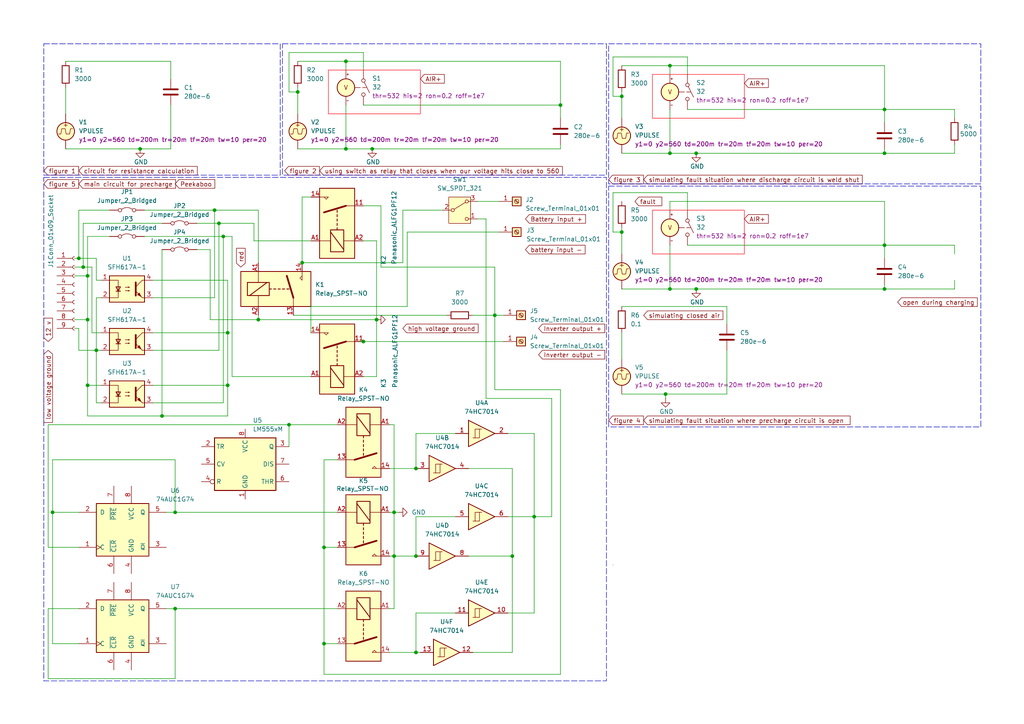
<source format=kicad_sch>
(kicad_sch (version 20231120) (generator "eeschema") (generator_version "8.0")
  (paper "A4")
  (lib_symbols
    (symbol "74xGxx:74AUC1G74" (pin_names (offset 1.016))
      (property "Reference" "U" (at -5.08 10.16 0))
      (property "Value" "74AUC1G74" (at 10.16 -10.16 0))
      (symbol "74AUC1G74_0_1"
        (rectangle (start -7.62 7.62) (end 7.62 -7.62) (stroke (width 0.254)) (fill (type background)))
      )
      (symbol "74AUC1G74_1_1"
        (pin input clock (at -12.7 -5.08 0) (length 5.08) (name "C") (number "1"))
        (pin input line (at -12.7 5.08 0) (length 5.08) (name "D") (number "2"))
        (pin output line (at 12.7 -5.08 180) (length 5.08) (name "~{Q}") (number "3"))
        (pin power_in line (at 2.54 -12.7 90) (length 5.08) (name "GND") (number "4"))
        (pin output line (at 12.7 5.08 180) (length 5.08) (name "Q") (number "5"))
        (pin input line (at -2.54 -12.7 90) (length 5.08) (name "~{CLR}") (number "6"))
        (pin input line (at -2.54 12.7 270) (length 5.08) (name "~{PRE}") (number "7"))
        (pin power_in line (at 2.54 12.7 270) (length 5.08) (name "VCC") (number "8"))
      )
    )
    (symbol "74xx:74HC7014"
      (property "Reference" "U" (at 0 1.27 0))
      (property "Value" "74HC7014" (at 0 -1.27 0))
      (symbol "74HC7014_1_1"
        (polyline (pts (xy -1.905 -1.27) (xy -1.905 1.27) (xy -0.635 1.27)))
        (polyline (pts (xy -3.81 3.81) (xy -3.81 -3.81) (xy 3.81 0) (xy -3.81 3.81)) (stroke (width 0.254)) (fill (type background)))
        (polyline (pts (xy -2.54 -1.27) (xy -0.635 -1.27) (xy -0.635 1.27) (xy 0 1.27)))
        (pin input line (at -7.62 0 0) (length 3.81) (name "~") (number "1"))
        (pin output line (at 7.62 0 180) (length 3.81) (name "~") (number "2"))
      )
      (symbol "74HC7014_2_1"
        (polyline (pts (xy -1.905 -1.27) (xy -1.905 1.27) (xy -0.635 1.27)))
        (polyline (pts (xy -3.81 3.81) (xy -3.81 -3.81) (xy 3.81 0) (xy -3.81 3.81)) (stroke (width 0.254)) (fill (type background)))
        (polyline (pts (xy -2.54 -1.27) (xy -0.635 -1.27) (xy -0.635 1.27) (xy 0 1.27)))
        (pin input line (at -7.62 0 0) (length 3.81) (name "~") (number "3"))
        (pin output line (at 7.62 0 180) (length 3.81) (name "~") (number "4"))
      )
      (symbol "74HC7014_3_1"
        (polyline (pts (xy -1.905 -1.27) (xy -1.905 1.27) (xy -0.635 1.27)))
        (polyline (pts (xy -3.81 3.81) (xy -3.81 -3.81) (xy 3.81 0) (xy -3.81 3.81)) (stroke (width 0.254)) (fill (type background)))
        (polyline (pts (xy -2.54 -1.27) (xy -0.635 -1.27) (xy -0.635 1.27) (xy 0 1.27)))
        (pin input line (at -7.62 0 0) (length 3.81) (name "~") (number "5"))
        (pin output line (at 7.62 0 180) (length 3.81) (name "~") (number "6"))
      )
      (symbol "74HC7014_4_1"
        (polyline (pts (xy -1.905 -1.27) (xy -1.905 1.27) (xy -0.635 1.27)))
        (polyline (pts (xy -3.81 3.81) (xy -3.81 -3.81) (xy 3.81 0) (xy -3.81 3.81)) (stroke (width 0.254)) (fill (type background)))
        (polyline (pts (xy -2.54 -1.27) (xy -0.635 -1.27) (xy -0.635 1.27) (xy 0 1.27)))
        (pin output line (at 7.62 0 180) (length 3.81) (name "~") (number "8"))
        (pin input line (at -7.62 0 0) (length 3.81) (name "~") (number "9"))
      )
      (symbol "74HC7014_5_1"
        (polyline (pts (xy -1.905 -1.27) (xy -1.905 1.27) (xy -0.635 1.27)))
        (polyline (pts (xy -3.81 3.81) (xy -3.81 -3.81) (xy 3.81 0) (xy -3.81 3.81)) (stroke (width 0.254)) (fill (type background)))
        (polyline (pts (xy -2.54 -1.27) (xy -0.635 -1.27) (xy -0.635 1.27) (xy 0 1.27)))
        (pin output line (at 7.62 0 180) (length 3.81) (name "~") (number "10"))
        (pin input line (at -7.62 0 0) (length 3.81) (name "~") (number "11"))
      )
      (symbol "74HC7014_6_1"
        (polyline (pts (xy -1.905 -1.27) (xy -1.905 1.27) (xy -0.635 1.27)))
        (polyline (pts (xy -3.81 3.81) (xy -3.81 -3.81) (xy 3.81 0) (xy -3.81 3.81)) (stroke (width 0.254)) (fill (type background)))
        (polyline (pts (xy -2.54 -1.27) (xy -0.635 -1.27) (xy -0.635 1.27) (xy 0 1.27)))
        (pin output line (at 7.62 0 180) (length 3.81) (name "~") (number "12"))
        (pin input line (at -7.62 0 0) (length 3.81) (name "~") (number "13"))
      )
      (symbol "74HC7014_7_1"
        (rectangle (start -5.08 7.62) (end 5.08 -7.62) (stroke (width 0.254)) (fill (type background)))
        (pin power_in line (at 0 12.7 270) (length 5.08) (name "VCC") (number "14"))
        (pin power_in line (at 0 -12.7 90) (length 5.08) (name "GND") (number "7"))
      )
    )
    (symbol "Connector:Conn_01x09_Socket" (pin_names (offset 1.016) hide)
      (property "Reference" "J" (at 0 12.7 0))
      (property "Value" "Conn_01x09_Socket" (at 0 -12.7 0))
      (symbol "Conn_01x09_Socket_1_1"
        (arc (start 0 -9.652) (mid -0.5058 -10.16) (end 0 -10.668) (stroke (width 0.1524)))
        (arc (start 0 -7.112) (mid -0.5058 -7.62) (end 0 -8.128) (stroke (width 0.1524)))
        (arc (start 0 -4.572) (mid -0.5058 -5.08) (end 0 -5.588) (stroke (width 0.1524)))
        (arc (start 0 -2.032) (mid -0.5058 -2.54) (end 0 -3.048) (stroke (width 0.1524)))
        (polyline (pts (xy -1.27 -10.16) (xy -0.508 -10.16)) (stroke (width 0.1524)))
        (polyline (pts (xy -1.27 -7.62) (xy -0.508 -7.62)) (stroke (width 0.1524)))
        (polyline (pts (xy -1.27 -5.08) (xy -0.508 -5.08)) (stroke (width 0.1524)))
        (polyline (pts (xy -1.27 -2.54) (xy -0.508 -2.54)) (stroke (width 0.1524)))
        (polyline (pts (xy -1.27 0) (xy -0.508 0)) (stroke (width 0.1524)))
        (polyline (pts (xy -1.27 2.54) (xy -0.508 2.54)) (stroke (width 0.1524)))
        (polyline (pts (xy -1.27 5.08) (xy -0.508 5.08)) (stroke (width 0.1524)))
        (polyline (pts (xy -1.27 7.62) (xy -0.508 7.62)) (stroke (width 0.1524)))
        (polyline (pts (xy -1.27 10.16) (xy -0.508 10.16)) (stroke (width 0.1524)))
        (arc (start 0 0.508) (mid -0.5058 0) (end 0 -0.508) (stroke (width 0.1524)))
        (arc (start 0 3.048) (mid -0.5058 2.54) (end 0 2.032) (stroke (width 0.1524)))
        (arc (start 0 5.588) (mid -0.5058 5.08) (end 0 4.572) (stroke (width 0.1524)))
        (arc (start 0 8.128) (mid -0.5058 7.62) (end 0 7.112) (stroke (width 0.1524)))
        (arc (start 0 10.668) (mid -0.5058 10.16) (end 0 9.652) (stroke (width 0.1524)))
        (pin passive line (at -5.08 10.16 0) (length 3.81) (name "Pin_1") (number "1"))
        (pin passive line (at -5.08 7.62 0) (length 3.81) (name "Pin_2") (number "2"))
        (pin passive line (at -5.08 5.08 0) (length 3.81) (name "Pin_3") (number "3"))
        (pin passive line (at -5.08 2.54 0) (length 3.81) (name "Pin_4") (number "4"))
        (pin passive line (at -5.08 0 0) (length 3.81) (name "Pin_5") (number "5"))
        (pin passive line (at -5.08 -2.54 0) (length 3.81) (name "Pin_6") (number "6"))
        (pin passive line (at -5.08 -5.08 0) (length 3.81) (name "Pin_7") (number "7"))
        (pin passive line (at -5.08 -7.62 0) (length 3.81) (name "Pin_8") (number "8"))
        (pin passive line (at -5.08 -10.16 0) (length 3.81) (name "Pin_9") (number "9"))
      )
    )
    (symbol "Connector:Screw_Terminal_01x01" (pin_names (offset 1.016) hide)
      (property "Reference" "J" (at 0 2.54 0))
      (property "Value" "Screw_Terminal_01x01" (at 0 -2.54 0))
      (symbol "Screw_Terminal_01x01_1_1"
        (rectangle (start -1.27 1.27) (end 1.27 -1.27) (stroke (width 0.254)) (fill (type background)))
        (polyline (pts (xy -0.5334 0.3302) (xy 0.3302 -0.508)) (stroke (width 0.1524)))
        (polyline (pts (xy -0.3556 0.508) (xy 0.508 -0.3302)) (stroke (width 0.1524)))
        (circle (center 0 0) (radius 0.635) (stroke (width 0.1524)))
        (pin passive line (at -5.08 0 0) (length 3.81) (name "Pin_1") (number "1"))
      )
    )
    (symbol "Device:C" (pin_numbers hide) (pin_names (offset 0.254))
      (property "Reference" "C" (at 0.635 2.54 0))
      (property "Value" "C" (at 0.635 -2.54 0))
      (symbol "C_0_1"
        (polyline (pts (xy -2.032 -0.762) (xy 2.032 -0.762)) (stroke (width 0.508)))
        (polyline (pts (xy -2.032 0.762) (xy 2.032 0.762)) (stroke (width 0.508)))
      )
      (symbol "C_1_1"
        (pin passive line (at 0 3.81 270) (length 2.794) (name "~") (number "1"))
        (pin passive line (at 0 -3.81 90) (length 2.794) (name "~") (number "2"))
      )
    )
    (symbol "Device:R" (pin_numbers hide) (pin_names (offset 0))
      (property "Reference" "R" (at 2.032 0 90))
      (property "Value" "R" (at 0 0 90))
      (symbol "R_0_1"
        (rectangle (start -1.016 -2.54) (end 1.016 2.54) (stroke (width 0.254)))
      )
      (symbol "R_1_1"
        (pin passive line (at 0 3.81 270) (length 1.27) (name "~") (number "1"))
        (pin passive line (at 0 -3.81 90) (length 1.27) (name "~") (number "2"))
      )
    )
    (symbol "Isolator:SFH617A-1" (pin_names (offset 1.016))
      (property "Reference" "U" (at -5.08 5.08 0))
      (property "Value" "SFH617A-1" (at 0 5.08 0))
      (symbol "SFH617A-1_0_1"
        (rectangle (start -5.08 3.81) (end 5.08 -3.81) (stroke (width 0.254)) (fill (type background)))
        (polyline (pts (xy -3.175 -0.635) (xy -1.905 -0.635)) (stroke (width 0.254)))
        (polyline (pts (xy 2.54 0.635) (xy 4.445 2.54)))
        (polyline (pts (xy 4.445 -2.54) (xy 2.54 -0.635)) (fill (type outline)))
        (polyline (pts (xy 4.445 -2.54) (xy 5.08 -2.54)))
        (polyline (pts (xy 4.445 2.54) (xy 5.08 2.54)))
        (polyline (pts (xy -2.54 -0.635) (xy -2.54 -2.54) (xy -5.08 -2.54)))
        (polyline (pts (xy 2.54 1.905) (xy 2.54 -1.905) (xy 2.54 -1.905)) (stroke (width 0.508)))
        (polyline (pts (xy -5.08 2.54) (xy -2.54 2.54) (xy -2.54 -1.27) (xy -2.54 0.635)))
        (polyline (pts (xy -2.54 -0.635) (xy -3.175 0.635) (xy -1.905 0.635) (xy -2.54 -0.635)) (stroke (width 0.254)))
        (polyline (pts (xy -0.508 -0.508) (xy 0.762 -0.508) (xy 0.381 -0.635) (xy 0.381 -0.381) (xy 0.762 -0.508)))
        (polyline (pts (xy -0.508 0.508) (xy 0.762 0.508) (xy 0.381 0.381) (xy 0.381 0.635) (xy 0.762 0.508)))
        (polyline (pts (xy 3.048 -1.651) (xy 3.556 -1.143) (xy 4.064 -2.159) (xy 3.048 -1.651) (xy 3.048 -1.651)) (fill (type outline)))
      )
      (symbol "SFH617A-1_1_1"
        (pin passive line (at -7.62 2.54 0) (length 2.54) (name "~") (number "1"))
        (pin passive line (at -7.62 -2.54 0) (length 2.54) (name "~") (number "2"))
        (pin passive line (at 7.62 -2.54 180) (length 2.54) (name "~") (number "3"))
        (pin passive line (at 7.62 2.54 180) (length 2.54) (name "~") (number "4"))
      )
    )
    (symbol "Jumper:Jumper_2_Bridged" (pin_numbers hide) (pin_names (offset 0) hide) (exclude_from_sim yes)
      (property "Reference" "JP" (at 0 1.905 0))
      (property "Value" "Jumper_2_Bridged" (at 0 -2.54 0))
      (symbol "Jumper_2_Bridged_0_0"
        (circle (center -2.032 0) (radius 0.508))
        (circle (center 2.032 0) (radius 0.508))
      )
      (symbol "Jumper_2_Bridged_0_1"
        (arc (start 1.524 0.254) (mid 0 0.762) (end -1.524 0.254))
      )
      (symbol "Jumper_2_Bridged_1_1"
        (pin passive line (at -5.08 0 0) (length 2.54) (name "A") (number "1"))
        (pin passive line (at 5.08 0 180) (length 2.54) (name "B") (number "2"))
      )
    )
    (symbol "Relay:Panasonic_ALFG1PF12"
      (property "Reference" "K" (at 11.43 3.81 0))
      (property "Value" "Panasonic_ALFG1PF12" (at 11.43 1.27 0))
      (symbol "Panasonic_ALFG1PF12_0_1"
        (rectangle (start -10.16 5.08) (end 10.16 -5.08) (stroke (width 0.254)) (fill (type background)))
        (rectangle (start -8.255 1.905) (end -1.905 -1.905) (stroke (width 0.254)))
        (polyline (pts (xy -7.62 -1.905) (xy -2.54 1.905)) (stroke (width 0.254)))
        (polyline (pts (xy -5.08 -5.08) (xy -5.08 -1.905)))
        (polyline (pts (xy -5.08 5.08) (xy -5.08 1.905)))
        (polyline (pts (xy -1.905 0) (xy -1.27 0)) (stroke (width 0.254)))
        (polyline (pts (xy -0.635 0) (xy 0 0)) (stroke (width 0.254)))
        (polyline (pts (xy 0.635 0) (xy 1.27 0)) (stroke (width 0.254)))
        (polyline (pts (xy 1.905 0) (xy 2.54 0)) (stroke (width 0.254)))
        (polyline (pts (xy 3.175 0) (xy 3.81 0)) (stroke (width 0.254)))
        (polyline (pts (xy 5.08 -2.54) (xy 3.175 3.81)) (stroke (width 0.508)))
        (polyline (pts (xy 5.08 -2.54) (xy 5.08 -5.08)))
        (polyline (pts (xy 7.62 5.08) (xy 7.62 2.54) (xy 6.985 3.175) (xy 7.62 3.81)))
      )
      (symbol "Panasonic_ALFG1PF12_1_1"
        (pin passive line (at 5.08 -7.62 90) (length 2.54) (name "~") (number "11"))
        (pin passive line (at 7.62 7.62 270) (length 2.54) (name "~") (number "14"))
        (pin passive line (at -5.08 7.62 270) (length 2.54) (name "~") (number "A1"))
        (pin passive line (at -5.08 -7.62 90) (length 2.54) (name "~") (number "A2"))
      )
    )
    (symbol "Relay:Relay_SPST-NO"
      (property "Reference" "K" (at 11.43 3.81 0))
      (property "Value" "Relay_SPST-NO" (at 11.43 1.27 0))
      (symbol "Relay_SPST-NO_0_0"
        (polyline (pts (xy 7.62 5.08) (xy 7.62 2.54) (xy 6.985 3.175) (xy 7.62 3.81)))
      )
      (symbol "Relay_SPST-NO_0_1"
        (rectangle (start -10.16 5.08) (end 10.16 -5.08) (stroke (width 0.254)) (fill (type background)))
        (rectangle (start -8.255 1.905) (end -1.905 -1.905) (stroke (width 0.254)))
        (polyline (pts (xy -7.62 -1.905) (xy -2.54 1.905)) (stroke (width 0.254)))
        (polyline (pts (xy -5.08 -5.08) (xy -5.08 -1.905)))
        (polyline (pts (xy -5.08 5.08) (xy -5.08 1.905)))
        (polyline (pts (xy -1.905 0) (xy -1.27 0)) (stroke (width 0.254)))
        (polyline (pts (xy -0.635 0) (xy 0 0)) (stroke (width 0.254)))
        (polyline (pts (xy 0.635 0) (xy 1.27 0)) (stroke (width 0.254)))
        (polyline (pts (xy 1.905 0) (xy 2.54 0)) (stroke (width 0.254)))
        (polyline (pts (xy 3.175 0) (xy 3.81 0)) (stroke (width 0.254)))
        (polyline (pts (xy 5.08 -2.54) (xy 3.175 3.81)) (stroke (width 0.508)))
        (polyline (pts (xy 5.08 -2.54) (xy 5.08 -5.08)))
      )
      (symbol "Relay_SPST-NO_1_1"
        (pin passive line (at 5.08 -7.62 90) (length 2.54) (name "~") (number "13"))
        (pin passive line (at 7.62 7.62 270) (length 2.54) (name "~") (number "14"))
        (pin passive line (at -5.08 7.62 270) (length 2.54) (name "~") (number "A1"))
        (pin passive line (at -5.08 -7.62 90) (length 2.54) (name "~") (number "A2"))
      )
    )
    (symbol "Simulation_SPICE:SWITCH" (pin_numbers hide) (pin_names (offset 1.016) hide)
      (property "Reference" "S" (at 2.54 2.54 0))
      (property "Value" "SWITCH" (at 2.54 0 0))
      (property "Sim.Params" "thr=0 ron=1" (at 2.54 -2.54 0))
      (symbol "SWITCH_0_1"
        (circle (center 0 -2.032) (radius 0.508))
        (polyline (pts (xy 0.254 1.524) (xy 1.778 -1.524)))
        (circle (center 0 2.032) (radius 0.508))
      )
      (symbol "SWITCH_1_1"
        (circle (center -5.08 0) (radius 2.54) (stroke (width 0.254)) (fill (type background)))
        (polyline (pts (xy -4.826 -3.81) (xy -4.318 -3.81)))
        (polyline (pts (xy -4.826 3.81) (xy -4.318 3.81)))
        (polyline (pts (xy -4.572 4.064) (xy -4.572 3.556)))
        (polyline (pts (xy -2.54 0) (xy 0.889 0)) (stroke (width 0) (type dash)))
        (text "V" (at -5.08 0 0) (effects (font (size 1.27 1.27))))
        (pin passive line (at 0 5.08 270) (length 2.54) (name "N+") (number "1"))
        (pin passive line (at 0 -5.08 90) (length 2.54) (name "N-") (number "2"))
        (pin input line (at -5.08 5.08 270) (length 2.54) (name "C+") (number "3"))
        (pin input line (at -5.08 -5.08 90) (length 2.54) (name "C-") (number "4"))
      )
    )
    (symbol "Simulation_SPICE:VPULSE" (pin_numbers hide) (pin_names (offset 0.0254))
      (property "Reference" "V" (at 2.54 2.54 0))
      (property "Value" "VPULSE" (at 2.54 0 0))
      (property "Sim.Params" "y1=0 y2=1 td=2n tr=2n tf=2n tw=50n per=100n" (at 2.54 -2.54 0))
      (symbol "VPULSE_0_0"
        (polyline (pts (xy -2.032 -0.762) (xy -1.397 -0.762) (xy -1.143 0.762) (xy -0.127 0.762) (xy 0.127 -0.762) (xy 1.143 -0.762) (xy 1.397 0.762) (xy 2.032 0.762)))
        (text "+" (at 0 1.905 0) (effects (font (size 1.27 1.27))))
      )
      (symbol "VPULSE_0_1"
        (circle (center 0 0) (radius 2.54) (stroke (width 0.254)) (fill (type background)))
      )
      (symbol "VPULSE_1_1"
        (pin passive line (at 0 5.08 270) (length 2.54) (name "~") (number "1"))
        (pin passive line (at 0 -5.08 90) (length 2.54) (name "~") (number "2"))
      )
    )
    (symbol "Switch:SW_SPDT_321" (pin_names (offset 1) hide)
      (property "Reference" "SW" (at 0 5.08 0))
      (property "Value" "SW_SPDT_321" (at 0 -5.08 0))
      (symbol "SW_SPDT_321_0_1"
        (circle (center -2.032 0) (radius 0.4572))
        (polyline (pts (xy -1.651 0.254) (xy 1.651 2.286)))
        (circle (center 2.032 -2.54) (radius 0.4572))
        (circle (center 2.032 2.54) (radius 0.4572))
      )
      (symbol "SW_SPDT_321_1_1"
        (rectangle (start -3.175 3.81) (end 3.175 -3.81) (fill (type background)))
        (pin passive line (at 5.08 -2.54 180) (length 2.54) (name "C") (number "1"))
        (pin passive line (at -5.08 0 0) (length 2.54) (name "B") (number "2"))
        (pin passive line (at 5.08 2.54 180) (length 2.54) (name "A") (number "3"))
      )
    )
    (symbol "Timer:LM555xM"
      (property "Reference" "U" (at -10.16 8.89 0))
      (property "Value" "LM555xM" (at 2.54 8.89 0))
      (symbol "LM555xM_0_0"
        (pin power_in line (at 0 -10.16 90) (length 2.54) (name "GND") (number "1"))
        (pin power_in line (at 0 10.16 270) (length 2.54) (name "VCC") (number "8"))
      )
      (symbol "LM555xM_0_1"
        (rectangle (start -8.89 -7.62) (end 8.89 7.62) (stroke (width 0.254)) (fill (type background)))
        (rectangle (start -8.89 -7.62) (end 8.89 7.62) (stroke (width 0.254)) (fill (type background)))
      )
      (symbol "LM555xM_1_1"
        (pin input line (at -12.7 5.08 0) (length 3.81) (name "TR") (number "2"))
        (pin output line (at 12.7 5.08 180) (length 3.81) (name "Q") (number "3"))
        (pin input inverted (at -12.7 -5.08 0) (length 3.81) (name "R") (number "4"))
        (pin input line (at -12.7 0 0) (length 3.81) (name "CV") (number "5"))
        (pin input line (at 12.7 -5.08 180) (length 3.81) (name "THR") (number "6"))
        (pin input line (at 12.7 0 180) (length 3.81) (name "DIS") (number "7"))
      )
    )
    (symbol "power:GND" (power) (pin_numbers hide) (pin_names (offset 0) hide)
      (property "Value" "GND" (at 0 -3.81 0))
      (symbol "GND_0_1"
        (polyline (pts (xy 0 0) (xy 0 -1.27) (xy 1.27 -1.27) (xy 0 -2.54) (xy -1.27 -1.27) (xy 0 -1.27)))
      )
      (symbol "GND_1_1"
        (pin power_in line (at 0 0 270) (length 0) (name "~") (number "1"))
      )
    )
  )
  (junction (at 27.94 101.6))
  (junction (at 93.98 158.75))
  (junction (at 83.82 123.19))
  (junction (at 24.13 77.47))
  (junction (at 87.63 76.2))
  (junction (at 64.77 68.58))
  (junction (at 256.54 44.45))
  (junction (at 25.4 80.01))
  (junction (at 143.51 91.44))
  (junction (at 22.86 74.93))
  (junction (at 107.95 43.18))
  (junction (at 86.36 26.67))
  (junction (at 193.04 114.3))
  (junction (at 194.31 83.82))
  (junction (at 50.8 148.59))
  (junction (at 148.59 161.29))
  (junction (at 256.54 31.75))
  (junction (at 100.33 43.18))
  (junction (at 256.54 83.82))
  (junction (at 25.4 111.76))
  (junction (at 154.94 149.86))
  (junction (at 100.33 17.78))
  (junction (at 93.98 186.69))
  (junction (at 180.34 67.31))
  (junction (at 66.04 96.52))
  (junction (at 120.65 135.89))
  (junction (at 50.8 176.53))
  (junction (at 15.24 148.59))
  (junction (at 46.99 120.65))
  (junction (at 74.93 92.71))
  (junction (at 120.65 161.29))
  (junction (at 201.93 44.45))
  (junction (at 66.04 111.76))
  (junction (at 114.3 148.59))
  (junction (at 180.34 27.94))
  (junction (at 162.56 30.48))
  (junction (at 105.41 99.06))
  (junction (at 63.5 64.77))
  (junction (at 25.4 92.71))
  (junction (at 62.23 60.96))
  (junction (at 194.31 19.05))
  (junction (at 256.54 71.12))
  (junction (at 114.3 161.29))
  (junction (at 109.22 92.71))
  (junction (at 201.93 83.82))
  (junction (at 194.31 44.45))
  (junction (at 120.65 189.23))
  (junction (at 40.64 43.18))
  (wire (pts (xy 49.53 17.78) (xy 49.53 22.86)))
  (wire (pts (xy 86.36 25.4) (xy 86.36 26.67)))
  (wire (pts (xy 49.53 43.18) (xy 40.64 43.18)))
  (wire (pts (xy 31.75 68.58) (xy 25.4 68.58)))
  (wire (pts (xy 48.26 148.59) (xy 50.8 148.59)))
  (wire (pts (xy 63.5 64.77) (xy 63.5 101.6)))
  (wire (pts (xy 15.24 133.35) (xy 15.24 148.59)))
  (wire (pts (xy 177.8 16.51) (xy 177.8 27.94)))
  (wire (pts (xy 90.17 96.52) (xy 90.17 88.9)))
  (wire (pts (xy 31.75 60.96) (xy 22.86 60.96)))
  (wire (pts (xy 113.03 189.23) (xy 120.65 189.23)))
  (wire (pts (xy 25.4 68.58) (xy 25.4 80.01)))
  (wire (pts (xy 44.45 101.6) (xy 63.5 101.6)))
  (wire (pts (xy 22.86 186.69) (xy 15.24 186.69)))
  (wire (pts (xy 90.17 57.15) (xy 87.63 57.15)))
  (wire (pts (xy 41.91 68.58) (xy 64.77 68.58)))
  (wire (pts (xy 194.31 83.82) (xy 180.34 83.82)))
  (wire (pts (xy 57.15 64.77) (xy 63.5 64.77)))
  (wire (pts (xy 109.22 69.85) (xy 109.22 92.71)))
  (wire (pts (xy 73.66 64.77) (xy 73.66 69.85)))
  (wire (pts (xy 143.51 91.44) (xy 143.51 113.03)))
  (wire (pts (xy 60.96 72.39) (xy 60.96 92.71)))
  (wire (pts (xy 256.54 83.82) (xy 276.86 83.82)))
  (wire (pts (xy 26.67 77.47) (xy 26.67 96.52)))
  (wire (pts (xy 105.41 30.48) (xy 162.56 30.48)))
  (wire (pts (xy 180.34 88.9) (xy 210.82 88.9)))
  (wire (pts (xy 50.8 148.59) (xy 97.79 148.59)))
  (wire (pts (xy 256.54 31.75) (xy 256.54 35.56)))
  (wire (pts (xy 24.13 77.47) (xy 26.67 77.47)))
  (wire (pts (xy 105.41 59.69) (xy 110.49 59.69)))
  (wire (pts (xy 114.3 161.29) (xy 120.65 161.29)))
  (wire (pts (xy 64.77 68.58) (xy 64.77 116.84)))
  (wire (pts (xy 41.91 60.96) (xy 62.23 60.96)))
  (wire (pts (xy 135.89 161.29) (xy 148.59 161.29)))
  (wire (pts (xy 44.45 116.84) (xy 64.77 116.84)))
  (wire (pts (xy 154.94 149.86) (xy 154.94 177.8)))
  (wire (pts (xy 143.51 77.47) (xy 143.51 91.44)))
  (wire (pts (xy 162.56 113.03) (xy 143.51 113.03)))
  (wire (pts (xy 256.54 44.45) (xy 201.93 44.45)))
  (wire (pts (xy 87.63 76.2) (xy 116.84 76.2)))
  (wire (pts (xy 193.04 114.3) (xy 210.82 114.3)))
  (wire (pts (xy 44.45 96.52) (xy 66.04 96.52)))
  (wire (pts (xy 194.31 58.42) (xy 194.31 60.96)))
  (wire (pts (xy 13.97 123.19) (xy 83.82 123.19)))
  (wire (pts (xy 73.66 69.85) (xy 90.17 69.85)))
  (wire (pts (xy 50.8 176.53) (xy 50.8 196.85)))
  (wire (pts (xy 97.79 176.53) (xy 50.8 176.53)))
  (wire (pts (xy 85.09 91.44) (xy 129.54 91.44)))
  (wire (pts (xy 66.04 81.28) (xy 66.04 96.52)))
  (wire (pts (xy 25.4 111.76) (xy 29.21 111.76)))
  (wire (pts (xy 26.67 96.52) (xy 29.21 96.52)))
  (wire (pts (xy 162.56 17.78) (xy 162.56 30.48)))
  (wire (pts (xy 256.54 43.18) (xy 256.54 44.45)))
  (wire (pts (xy 120.65 189.23) (xy 121.92 189.23)))
  (wire (pts (xy 180.34 114.3) (xy 193.04 114.3)))
  (wire (pts (xy 162.56 30.48) (xy 162.56 34.29)))
  (wire (pts (xy 120.65 125.73) (xy 120.65 135.89)))
  (wire (pts (xy 148.59 135.89) (xy 148.59 161.29)))
  (wire (pts (xy 44.45 111.76) (xy 66.04 111.76)))
  (wire (pts (xy 93.98 186.69) (xy 97.79 186.69)))
  (wire (pts (xy 63.5 64.77) (xy 73.66 64.77)))
  (wire (pts (xy 105.41 109.22) (xy 109.22 109.22)))
  (wire (pts (xy 194.31 19.05) (xy 256.54 19.05)))
  (wire (pts (xy 97.79 158.75) (xy 93.98 158.75)))
  (wire (pts (xy 105.41 20.32) (xy 105.41 15.24)))
  (wire (pts (xy 199.39 31.75) (xy 256.54 31.75)))
  (wire (pts (xy 100.33 17.78) (xy 100.33 20.32)))
  (wire (pts (xy 105.41 69.85) (xy 109.22 69.85)))
  (wire (pts (xy 147.32 149.86) (xy 154.94 149.86)))
  (wire (pts (xy 199.39 16.51) (xy 177.8 16.51)))
  (wire (pts (xy 193.04 114.3) (xy 193.04 115.57)))
  (wire (pts (xy 210.82 88.9) (xy 210.82 93.98)))
  (wire (pts (xy 13.97 158.75) (xy 22.86 158.75)))
  (wire (pts (xy 194.31 31.75) (xy 194.31 44.45)))
  (wire (pts (xy 93.98 195.58) (xy 93.98 186.69)))
  (wire (pts (xy 256.54 58.42) (xy 256.54 71.12)))
  (wire (pts (xy 114.3 123.19) (xy 114.3 148.59)))
  (wire (pts (xy 199.39 55.88) (xy 177.8 55.88)))
  (wire (pts (xy 162.56 195.58) (xy 162.56 113.03)))
  (wire (pts (xy 256.54 71.12) (xy 276.86 71.12)))
  (wire (pts (xy 86.36 26.67) (xy 86.36 33.02)))
  (wire (pts (xy 210.82 101.6) (xy 210.82 114.3)))
  (wire (pts (xy 116.84 60.96) (xy 128.27 60.96)))
  (wire (pts (xy 21.59 95.25) (xy 22.86 95.25)))
  (wire (pts (xy 60.96 72.39) (xy 57.15 72.39)))
  (wire (pts (xy 201.93 83.82) (xy 194.31 83.82)))
  (wire (pts (xy 194.31 19.05) (xy 194.31 21.59)))
  (wire (pts (xy 180.34 66.04) (xy 180.34 67.31)))
  (wire (pts (xy 100.33 43.18) (xy 86.36 43.18)))
  (wire (pts (xy 44.45 81.28) (xy 66.04 81.28)))
  (wire (pts (xy 104.14 99.06) (xy 105.41 99.06)))
  (wire (pts (xy 256.54 44.45) (xy 276.86 44.45)))
  (wire (pts (xy 22.86 101.6) (xy 27.94 101.6)))
  (wire (pts (xy 137.16 91.44) (xy 143.51 91.44)))
  (wire (pts (xy 22.86 60.96) (xy 22.86 74.93)))
  (wire (pts (xy 27.94 81.28) (xy 29.21 81.28)))
  (wire (pts (xy 27.94 81.28) (xy 27.94 74.93)))
  (wire (pts (xy 83.82 123.19) (xy 97.79 123.19)))
  (wire (pts (xy 100.33 30.48) (xy 100.33 43.18)))
  (wire (pts (xy 132.08 149.86) (xy 120.65 149.86)))
  (wire (pts (xy 256.54 83.82) (xy 201.93 83.82)))
  (wire (pts (xy 46.99 64.77) (xy 24.13 64.77)))
  (wire (pts (xy 27.94 101.6) (xy 29.21 101.6)))
  (wire (pts (xy 137.16 189.23) (xy 148.59 189.23)))
  (wire (pts (xy 118.11 67.31) (xy 144.78 67.31)))
  (wire (pts (xy 107.95 43.18) (xy 100.33 43.18)))
  (wire (pts (xy 13.97 123.19) (xy 13.97 158.75)))
  (wire (pts (xy 194.31 58.42) (xy 256.54 58.42)))
  (wire (pts (xy 25.4 92.71) (xy 25.4 111.76)))
  (wire (pts (xy 114.3 148.59) (xy 114.3 161.29)))
  (wire (pts (xy 22.86 74.93) (xy 21.59 74.93)))
  (wire (pts (xy 113.03 123.19) (xy 114.3 123.19)))
  (wire (pts (xy 110.49 59.69) (xy 110.49 77.47)))
  (wire (pts (xy 46.99 120.65) (xy 66.04 120.65)))
  (wire (pts (xy 25.4 111.76) (xy 25.4 120.65)))
  (wire (pts (xy 86.36 17.78) (xy 100.33 17.78)))
  (wire (pts (xy 19.05 17.78) (xy 49.53 17.78)))
  (wire (pts (xy 29.21 86.36) (xy 27.94 86.36)))
  (wire (pts (xy 67.31 109.22) (xy 90.17 109.22)))
  (wire (pts (xy 93.98 133.35) (xy 97.79 133.35)))
  (wire (pts (xy 113.03 135.89) (xy 120.65 135.89)))
  (wire (pts (xy 154.94 149.86) (xy 160.02 149.86)))
  (wire (pts (xy 109.22 109.22) (xy 109.22 92.71)))
  (wire (pts (xy 180.34 96.52) (xy 180.34 104.14)))
  (wire (pts (xy 180.34 26.67) (xy 180.34 27.94)))
  (wire (pts (xy 44.45 86.36) (xy 62.23 86.36)))
  (wire (pts (xy 83.82 123.19) (xy 83.82 129.54)))
  (wire (pts (xy 132.08 177.8) (xy 120.65 177.8)))
  (wire (pts (xy 120.65 149.86) (xy 120.65 161.29)))
  (wire (pts (xy 15.24 148.59) (xy 15.24 186.69)))
  (wire (pts (xy 154.94 125.73) (xy 154.94 149.86)))
  (wire (pts (xy 27.94 74.93) (xy 22.86 74.93)))
  (wire (pts (xy 143.51 91.44) (xy 146.05 91.44)))
  (wire (pts (xy 74.93 91.44) (xy 74.93 92.71)))
  (wire (pts (xy 199.39 21.59) (xy 199.39 16.51)))
  (wire (pts (xy 177.8 27.94) (xy 180.34 27.94)))
  (wire (pts (xy 93.98 158.75) (xy 93.98 186.69)))
  (wire (pts (xy 22.86 176.53) (xy 13.97 176.53)))
  (wire (pts (xy 25.4 120.65) (xy 46.99 120.65)))
  (wire (pts (xy 132.08 125.73) (xy 120.65 125.73)))
  (wire (pts (xy 50.8 148.59) (xy 50.8 133.35)))
  (wire (pts (xy 177.8 67.31) (xy 180.34 67.31)))
  (wire (pts (xy 67.31 68.58) (xy 67.31 109.22)))
  (wire (pts (xy 46.99 72.39) (xy 46.99 120.65)))
  (wire (pts (xy 162.56 41.91) (xy 162.56 43.18)))
  (wire (pts (xy 256.54 19.05) (xy 256.54 31.75)))
  (wire (pts (xy 24.13 64.77) (xy 24.13 77.47)))
  (wire (pts (xy 110.49 77.47) (xy 143.51 77.47)))
  (wire (pts (xy 87.63 57.15) (xy 87.63 76.2)))
  (wire (pts (xy 276.86 31.75) (xy 276.86 34.29)))
  (wire (pts (xy 140.97 115.57) (xy 160.02 115.57)))
  (wire (pts (xy 27.94 116.84) (xy 29.21 116.84)))
  (wire (pts (xy 93.98 195.58) (xy 162.56 195.58)))
  (wire (pts (xy 21.59 92.71) (xy 25.4 92.71)))
  (wire (pts (xy 27.94 101.6) (xy 27.94 116.84)))
  (wire (pts (xy 19.05 25.4) (xy 19.05 33.02)))
  (wire (pts (xy 148.59 161.29) (xy 148.59 189.23)))
  (wire (pts (xy 116.84 76.2) (xy 116.84 60.96)))
  (wire (pts (xy 180.34 67.31) (xy 180.34 73.66)))
  (wire (pts (xy 113.03 148.59) (xy 114.3 148.59)))
  (wire (pts (xy 114.3 161.29) (xy 114.3 176.53)))
  (wire (pts (xy 93.98 158.75) (xy 93.98 133.35)))
  (wire (pts (xy 66.04 111.76) (xy 66.04 120.65)))
  (wire (pts (xy 256.54 82.55) (xy 256.54 83.82)))
  (wire (pts (xy 256.54 31.75) (xy 276.86 31.75)))
  (wire (pts (xy 13.97 196.85) (xy 50.8 196.85)))
  (wire (pts (xy 90.17 88.9) (xy 118.11 88.9)))
  (wire (pts (xy 27.94 86.36) (xy 27.94 101.6)))
  (wire (pts (xy 48.26 176.53) (xy 50.8 176.53)))
  (wire (pts (xy 201.93 44.45) (xy 194.31 44.45)))
  (wire (pts (xy 83.82 15.24) (xy 83.82 26.67)))
  (wire (pts (xy 138.43 58.42) (xy 144.78 58.42)))
  (wire (pts (xy 49.53 30.48) (xy 49.53 43.18)))
  (wire (pts (xy 74.93 60.96) (xy 74.93 76.2)))
  (wire (pts (xy 138.43 63.5) (xy 140.97 63.5)))
  (wire (pts (xy 276.86 83.82) (xy 276.86 81.28)))
  (wire (pts (xy 160.02 115.57) (xy 160.02 149.86)))
  (wire (pts (xy 13.97 176.53) (xy 13.97 196.85)))
  (wire (pts (xy 194.31 71.12) (xy 194.31 83.82)))
  (wire (pts (xy 199.39 71.12) (xy 256.54 71.12)))
  (wire (pts (xy 15.24 148.59) (xy 22.86 148.59)))
  (wire (pts (xy 22.86 95.25) (xy 22.86 101.6)))
  (wire (pts (xy 74.93 92.71) (xy 109.22 92.71)))
  (wire (pts (xy 180.34 27.94) (xy 180.34 34.29)))
  (wire (pts (xy 74.93 92.71) (xy 60.96 92.71)))
  (wire (pts (xy 180.34 19.05) (xy 194.31 19.05)))
  (wire (pts (xy 154.94 177.8) (xy 147.32 177.8)))
  (wire (pts (xy 21.59 80.01) (xy 25.4 80.01)))
  (wire (pts (xy 25.4 80.01) (xy 25.4 92.71)))
  (wire (pts (xy 199.39 60.96) (xy 199.39 55.88)))
  (wire (pts (xy 21.59 77.47) (xy 24.13 77.47)))
  (wire (pts (xy 83.82 26.67) (xy 86.36 26.67)))
  (wire (pts (xy 62.23 60.96) (xy 62.23 86.36)))
  (wire (pts (xy 66.04 96.52) (xy 66.04 111.76)))
  (wire (pts (xy 162.56 43.18) (xy 107.95 43.18)))
  (wire (pts (xy 135.89 135.89) (xy 148.59 135.89)))
  (wire (pts (xy 15.24 133.35) (xy 50.8 133.35)))
  (wire (pts (xy 113.03 176.53) (xy 114.3 176.53)))
  (wire (pts (xy 147.32 125.73) (xy 154.94 125.73)))
  (wire (pts (xy 64.77 68.58) (xy 67.31 68.58)))
  (wire (pts (xy 105.41 15.24) (xy 83.82 15.24)))
  (wire (pts (xy 177.8 55.88) (xy 177.8 67.31)))
  (wire (pts (xy 276.86 44.45) (xy 276.86 41.91)))
  (wire (pts (xy 120.65 177.8) (xy 120.65 189.23)))
  (wire (pts (xy 105.41 99.06) (xy 146.05 99.06)))
  (wire (pts (xy 100.33 17.78) (xy 162.56 17.78)))
  (wire (pts (xy 194.31 44.45) (xy 180.34 44.45)))
  (wire (pts (xy 140.97 63.5) (xy 140.97 115.57)))
  (wire (pts (xy 276.86 71.12) (xy 276.86 73.66)))
  (wire (pts (xy 118.11 88.9) (xy 118.11 67.31)))
  (wire (pts (xy 62.23 60.96) (xy 74.93 60.96)))
  (wire (pts (xy 113.03 161.29) (xy 114.3 161.29)))
  (wire (pts (xy 40.64 43.18) (xy 19.05 43.18)))
  (wire (pts (xy 256.54 71.12) (xy 256.54 74.93)))
  (wire (pts (xy 114.3 148.59) (xy 115.57 148.59)))
  (rectangle (start 189.23 21.59) (end 215.9 34.29) (stroke (width 0) (color 255 11 28 1)))
  (rectangle (start 95.25 20.32) (end 121.92 33.02) (stroke (width 0) (color 255 11 28 1)))
  (rectangle (start 12.7 51.435) (end 175.895 197.485) (stroke (width 0) (type dash)))
  (rectangle (start 176.53 12.7) (end 284.48 53.34) (stroke (width 0) (type dash)))
  (rectangle (start 81.915 12.7) (end 175.895 50.8) (stroke (width 0) (type dash)))
  (rectangle (start 189.23 60.96) (end 215.9 73.66) (stroke (width 0) (color 255 11 28 1)))
  (rectangle (start 177.8 163.83) (end 177.8 163.83))
  (rectangle (start 12.7 12.7) (end 81.28 50.8) (stroke (width 0) (type dash)))
  (rectangle (start 176.53 53.975) (end 284.48 123.825) (stroke (width 0) (type dash)))
  (global_label "circuit for resistance calculation" (shape input) (at 22.86 49.53 0) (property "Intersheetrefs" "${INTERSHEET_REFS}" (effects (hide yes))))
  (global_label "Inverter output +" (shape input) (at 156.21 95.25 0) (property "Intersheetrefs" "${INTERSHEET_REFS}" (effects (hide yes))))
  (global_label "AIR+" (shape input) (at 121.92 22.86 0) (property "Intersheetrefs" "${INTERSHEET_REFS}" (effects (hide yes))))
  (global_label "AIR+" (shape input) (at 215.9 24.13 0) (property "Intersheetrefs" "${INTERSHEET_REFS}" (effects (hide yes))))
  (global_label "figure 3" (shape input) (at 176.53 52.07 0) (property "Intersheetrefs" "${INTERSHEET_REFS}" (effects (hide yes))))
  (global_label "fault " (shape input) (at 184.15 58.42 0) (property "Intersheetrefs" "${INTERSHEET_REFS}" (effects (hide yes))))
  (global_label "figure 4" (shape input) (at 176.53 121.92 0) (property "Intersheetrefs" "${INTERSHEET_REFS}" (effects (hide yes))))
  (global_label "Peekaboo" (shape input) (at 50.8 53.34 0) (property "Intersheetrefs" "${INTERSHEET_REFS}" (effects (hide yes))))
  (global_label "red" (shape input) (at 69.85 77.47 90) (property "Intersheetrefs" "${INTERSHEET_REFS}" (effects (hide yes))))
  (global_label "simulating fault situation where discharge circuit is weld shut" (shape input) (at 186.69 52.07 0) (property "Intersheetrefs" "${INTERSHEET_REFS}" (effects (hide yes))))
  (global_label "figure 2" (shape input) (at 82.55 49.53 0) (property "Intersheetrefs" "${INTERSHEET_REFS}" (effects (hide yes))))
  (global_label "12 v" (shape input) (at 13.97 99.06 90) (property "Intersheetrefs" "${INTERSHEET_REFS}" (effects (hide yes))))
  (global_label "open during charging" (shape input) (at 260.35 87.63 0) (property "Intersheetrefs" "${INTERSHEET_REFS}" (effects (hide yes))))
  (global_label "Battery input +" (shape input) (at 152.4 63.5 0) (property "Intersheetrefs" "${INTERSHEET_REFS}" (effects (hide yes))))
  (global_label "figure 5" (shape input) (at 12.7 53.34 0) (property "Intersheetrefs" "${INTERSHEET_REFS}" (effects (hide yes))))
  (global_label "figure 1" (shape input) (at 12.7 49.53 0) (property "Intersheetrefs" "${INTERSHEET_REFS}" (effects (hide yes))))
  (global_label "battery input -" (shape input) (at 152.4 72.39 0) (property "Intersheetrefs" "${INTERSHEET_REFS}" (effects (hide yes))))
  (global_label "simulating closed air" (shape input) (at 186.69 91.44 0) (property "Intersheetrefs" "${INTERSHEET_REFS}" (effects (hide yes))))
  (global_label "simulating fault situation where precharge circuit is open " (shape input) (at 186.69 121.92 0) (property "Intersheetrefs" "${INTERSHEET_REFS}" (effects (hide yes))))
  (global_label "using switch as relay that closes when our voltage hits close to 560" (shape input) (at 92.71 49.53 0) (property "Intersheetrefs" "${INTERSHEET_REFS}" (effects (hide yes))))
  (global_label "main circuit for precharge" (shape input) (at 22.86 53.34 0) (property "Intersheetrefs" "${INTERSHEET_REFS}" (effects (hide yes))))
  (global_label "high voltage ground" (shape input) (at 116.84 95.25 0) (property "Intersheetrefs" "${INTERSHEET_REFS}" (effects (hide yes))))
  (global_label "AIR+" (shape input) (at 215.9 63.5 0) (property "Intersheetrefs" "${INTERSHEET_REFS}" (effects (hide yes))))
  (global_label "low voltage ground" (shape input) (at 13.97 101.6 270) (property "Intersheetrefs" "${INTERSHEET_REFS}" (effects (hide yes))))
  (global_label "Inverter output -" (shape input) (at 156.21 102.87 0) (property "Intersheetrefs" "${INTERSHEET_REFS}" (effects (hide yes))))
  (symbol (lib_id "Connector:Screw_Terminal_01x01") (at 151.13 91.44 0) (unit 1)
    (property "Reference" "J5" (at 153.67 90.1699 0) (effects (justify left)))
    (property "Value" "Screw_Terminal_01x01" (at 153.67 92.7099 0) (effects (justify left)))
    (property "Description" "Generic screw terminal, single row, 01x01, script generated (kicad-library-utils/schlib/autogen/connector/)" (effects (hide yes)))
  )
  (symbol (lib_id "Device:C") (at 256.54 78.74 0) (unit 1)
    (property "Reference" "C4" (at 260.35 77.4699 0) (effects (justify left)))
    (property "Value" "280e-6" (at 260.35 80.0099 0) (effects (justify left)))
    (property "Description" "Unpolarized capacitor" (effects (hide yes)))
  )
  (symbol (lib_id "Relay:Panasonic_ALFG1PF12") (at 97.79 104.14 90) (unit 1)
    (property "Reference" "K3" (at 111.252 112.522 0) (effects (justify left)))
    (property "Value" "Panasonic_ALFG1PF12" (at 114.554 112.522 0) (effects (justify left)))
    (property "Footprint" "Relay_THT:Relay_SPST_Panasonic_ALFG_FormA_CircularHoles" (effects (hide yes)))
    (property "Datasheet" "https://www3.panasonic.biz/ac/e_download/control/relay/power/catalog/mech_eng_lfg.pdf" (effects (hide yes)))
    (property "Description" "12V DC, Standard, 22A, Contact Gap 1.5mm, ALFG_FormA" (effects (hide yes)))
  )
  (symbol (lib_id "Relay:Relay_SPST-NO") (at 105.41 181.61 270) (unit 1)
    (property "Reference" "K6" (at 105.41 166.37 90))
    (property "Value" "Relay_SPST-NO" (at 105.41 168.91 90))
    (property "Description" "Relay SPST, Normally Open, EN50005" (effects (hide yes)))
  )
  (symbol (lib_id "Isolator:SFH617A-1") (at 36.83 83.82 0) (unit 1)
    (property "Reference" "U1" (at 36.83 74.93 0))
    (property "Value" "SFH617A-1" (at 36.83 77.47 0))
    (property "Footprint" "Package_DIP:DIP-4_W7.62mm" (effects (hide yes)))
    (property "Datasheet" "http://www.vishay.com/docs/83740/sfh617a.pdf" (effects (hide yes)))
    (property "Description" "Optocoupler, Phototransistor Output, 5300 VRMS, VCEO 70V, CTR% 40-80, -55 to +110 degree Celsius, UL, BSI, FIMKO, cUL, THT PDIP-4" (effects (hide yes)))
  )
  (symbol (lib_id "Device:R") (at 180.34 62.23 0) (unit 1)
    (property "Reference" "R5" (at 182.88 60.9599 0) (effects (justify left)))
    (property "Value" "3000" (at 182.88 63.4999 0) (effects (justify left)))
    (property "Description" "Resistor" (effects (hide yes)))
  )
  (symbol (lib_id "Switch:SW_SPDT_321") (at 133.35 60.96 0) (unit 1)
    (property "Reference" "SW1" (at 133.35 52.07 0))
    (property "Value" "SW_SPDT_321" (at 133.35 54.61 0))
    (property "Description" "Switch, single pole double throw" (effects (hide yes)))
  )
  (symbol (lib_id "Relay:Relay_SPST-NO") (at 105.41 128.27 270) (unit 1)
    (property "Reference" "K4" (at 105.41 113.03 90))
    (property "Value" "Relay_SPST-NO" (at 105.41 115.57 90))
    (property "Description" "Relay SPST, Normally Open, EN50005" (effects (hide yes)))
  )
  (symbol (lib_id "Device:R") (at 133.35 91.44 90) (unit 1)
    (property "Reference" "R7" (at 133.35 85.09 90))
    (property "Value" "3000" (at 133.35 87.63 90))
    (property "Description" "Resistor" (effects (hide yes)))
  )
  (symbol (lib_id "Jumper:Jumper_2_Bridged") (at 52.07 64.77 0) (unit 1) (exclude_from_sim yes)
    (property "Reference" "JP2" (at 52.07 59.69 0))
    (property "Value" "Jumper_2_Bridged" (at 52.07 62.23 0))
    (property "Description" "Jumper, 2-pole, closed/bridged" (effects (hide yes)))
  )
  (symbol (lib_id "Simulation_SPICE:SWITCH") (at 199.39 66.04 0) (unit 1)
    (property "Reference" "S3" (at 201.93 63.3729 0) (effects (justify left)))
    (property "Value" "32" (at 201.93 65.9129 0) (effects (justify left)))
    (property "Datasheet" "https://ngspice.sourceforge.io/docs/ngspice-html-manual/manual.xhtml#subsec_Switches" (effects (hide yes)))
    (property "Description" "Voltage controlled switch symbol for simulation only" (effects (hide yes)))
    (property "Sim.Device" "SW" (effects (hide yes)))
    (property "Sim.Type" "V" (effects (hide yes)))
    (property "Sim.Params" "thr=532 his=2 ron=0.2 roff=1e7" (at 201.93 68.4529 0) (effects (justify left)))
    (property "Sim.Pins" "1=no+ 2=no- 3=ctrl+ 4=ctrl-" (effects (hide yes)))
  )
  (symbol (lib_id "Jumper:Jumper_2_Bridged") (at 52.07 72.39 0) (unit 1) (exclude_from_sim yes)
    (property "Reference" "JP4" (at 52.07 67.31 0))
    (property "Value" "Jumper_2_Bridged" (at 52.07 69.85 0))
    (property "Description" "Jumper, 2-pole, closed/bridged" (effects (hide yes)))
  )
  (symbol (lib_id "Simulation_SPICE:SWITCH") (at 199.39 26.67 0) (unit 1)
    (property "Reference" "S2" (at 201.93 24.0029 0) (effects (justify left)))
    (property "Value" "32" (at 201.93 26.5429 0) (effects (justify left)))
    (property "Datasheet" "https://ngspice.sourceforge.io/docs/ngspice-html-manual/manual.xhtml#subsec_Switches" (effects (hide yes)))
    (property "Description" "Voltage controlled switch symbol for simulation only" (effects (hide yes)))
    (property "Sim.Device" "SW" (effects (hide yes)))
    (property "Sim.Type" "V" (effects (hide yes)))
    (property "Sim.Params" "thr=532 his=2 ron=0.2 roff=1e7" (at 201.93 29.0829 0) (effects (justify left)))
    (property "Sim.Pins" "1=no+ 2=no- 3=ctrl+ 4=ctrl-" (effects (hide yes)))
  )
  (symbol (lib_id "Timer:LM555xM") (at 71.12 134.62 0) (unit 1)
    (property "Reference" "U5" (at 73.3141 121.92 0) (effects (justify left)))
    (property "Value" "LM555xM" (at 73.3141 124.46 0) (effects (justify left)))
    (property "Footprint" "Package_SO:SOIC-8_3.9x4.9mm_P1.27mm" (effects (hide yes)))
    (property "Datasheet" "http://www.ti.com/lit/ds/symlink/lm555.pdf" (effects (hide yes)))
    (property "Description" "Timer, 555 compatible, SOIC-8" (effects (hide yes)))
  )
  (symbol (lib_id "power:GND") (at 40.64 43.18 0) (unit 1)
    (property "Reference" "#PWR01" (effects (hide yes)))
    (property "Value" "GND" (at 40.894 46.99 0))
    (property "Description" "Power symbol creates a global label with name \"GND\" , ground" (effects (hide yes)))
  )
  (symbol (lib_id "power:GND") (at 115.57 148.59 90) (unit 1)
    (property "Reference" "#PWR07" (effects (hide yes)))
    (property "Value" "GND" (at 119.38 148.5899 90) (effects (justify right)))
    (property "Description" "Power symbol creates a global label with name \"GND\" , ground" (effects (hide yes)))
  )
  (symbol (lib_id "Simulation_SPICE:VPULSE") (at 19.05 38.1 0) (unit 1)
    (property "Reference" "V1" (at 22.86 35.4301 0) (effects (justify left)))
    (property "Value" "VPULSE" (at 22.86 37.9701 0) (effects (justify left)))
    (property "Datasheet" "https://ngspice.sourceforge.io/docs/ngspice-html-manual/manual.xhtml#sec_Independent_Sources_for" (effects (hide yes)))
    (property "Description" "Voltage source, pulse" (effects (hide yes)))
    (property "Sim.Pins" "1=+ 2=-" (effects (hide yes)))
    (property "Sim.Type" "PULSE" (effects (hide yes)))
    (property "Sim.Device" "V" (effects (hide yes)))
    (property "Sim.Params" "y1=0 y2=560 td=200m tr=20m tf=20m tw=10 per=20" (at 22.86 40.5101 0) (effects (justify left)))
  )
  (symbol (lib_id "power:GND") (at 109.22 92.71 90) (unit 1)
    (property "Reference" "#PWR06" (effects (hide yes)))
    (property "Value" "GND" (effects (hide yes)))
    (property "Description" "Power symbol creates a global label with name \"GND\" , ground" (effects (hide yes)))
  )
  (symbol (lib_id "Jumper:Jumper_2_Bridged") (at 36.83 68.58 0) (unit 1) (exclude_from_sim yes)
    (property "Reference" "JP3" (at 36.83 63.5 0))
    (property "Value" "Jumper_2_Bridged" (at 36.83 66.04 0))
    (property "Description" "Jumper, 2-pole, closed/bridged" (effects (hide yes)))
  )
  (symbol (lib_id "Device:R") (at 86.36 21.59 0) (unit 1)
    (property "Reference" "R2" (at 88.9 20.3199 0) (effects (justify left)))
    (property "Value" "3000" (at 88.9 22.8599 0) (effects (justify left)))
    (property "Description" "Resistor" (effects (hide yes)))
  )
  (symbol (lib_id "Connector:Screw_Terminal_01x01") (at 149.86 58.42 0) (unit 1)
    (property "Reference" "J2" (at 152.4 57.912 0) (effects (justify left)))
    (property "Value" "Screw_Terminal_01x01" (at 152.4 60.452 0) (effects (justify left)))
    (property "Description" "Generic screw terminal, single row, 01x01, script generated (kicad-library-utils/schlib/autogen/connector/)" (effects (hide yes)))
  )
  (symbol (lib_id "Simulation_SPICE:VPULSE") (at 86.36 38.1 0) (unit 1)
    (property "Reference" "V2" (at 90.17 35.4301 0) (effects (justify left)))
    (property "Value" "VPULSE" (at 90.17 37.9701 0) (effects (justify left)))
    (property "Datasheet" "https://ngspice.sourceforge.io/docs/ngspice-html-manual/manual.xhtml#sec_Independent_Sources_for" (effects (hide yes)))
    (property "Description" "Voltage source, pulse" (effects (hide yes)))
    (property "Sim.Pins" "1=+ 2=-" (effects (hide yes)))
    (property "Sim.Type" "PULSE" (effects (hide yes)))
    (property "Sim.Device" "V" (effects (hide yes)))
    (property "Sim.Params" "y1=0 y2=560 td=200m tr=20m tf=20m tw=10 per=20" (at 90.17 40.5101 0) (effects (justify left)))
  )
  (symbol (lib_id "Simulation_SPICE:VPULSE") (at 180.34 78.74 0) (unit 1)
    (property "Reference" "V4" (at 184.15 76.0701 0) (effects (justify left)))
    (property "Value" "VPULSE" (at 184.15 78.6101 0) (effects (justify left)))
    (property "Datasheet" "https://ngspice.sourceforge.io/docs/ngspice-html-manual/manual.xhtml#sec_Independent_Sources_for" (effects (hide yes)))
    (property "Description" "Voltage source, pulse" (effects (hide yes)))
    (property "Sim.Pins" "1=+ 2=-" (effects (hide yes)))
    (property "Sim.Type" "PULSE" (effects (hide yes)))
    (property "Sim.Device" "V" (effects (hide yes)))
    (property "Sim.Params" "y1=0 y2=560 td=200m tr=20m tf=20m tw=10 per=20" (at 184.15 81.1501 0) (effects (justify left)))
  )
  (symbol (lib_id "Relay:Relay_SPST-NO") (at 80.01 83.82 0) (unit 1)
    (property "Reference" "K1" (at 91.44 82.5499 0) (effects (justify left)))
    (property "Value" "Relay_SPST-NO" (at 91.44 85.0899 0) (effects (justify left)))
    (property "Description" "Relay SPST, Normally Open, EN50005" (effects (hide yes)))
  )
  (symbol (lib_id "Relay:Panasonic_ALFG1PF12") (at 97.79 64.77 90) (unit 1)
    (property "Reference" "K2" (at 111.252 75.438 0))
    (property "Value" "Panasonic_ALFG1PF12" (at 114.3 66.04 0))
    (property "Footprint" "Relay_THT:Relay_SPST_Panasonic_ALFG_FormA_CircularHoles" (effects (hide yes)))
    (property "Datasheet" "https://www3.panasonic.biz/ac/e_download/control/relay/power/catalog/mech_eng_lfg.pdf" (effects (hide yes)))
    (property "Description" "12V DC, Standard, 22A, Contact Gap 1.5mm, ALFG_FormA" (effects (hide yes)))
  )
  (symbol (lib_id "Simulation_SPICE:VPULSE") (at 180.34 39.37 0) (unit 1)
    (property "Reference" "V3" (at 184.15 36.7001 0) (effects (justify left)))
    (property "Value" "VPULSE" (at 184.15 39.2401 0) (effects (justify left)))
    (property "Datasheet" "https://ngspice.sourceforge.io/docs/ngspice-html-manual/manual.xhtml#sec_Independent_Sources_for" (effects (hide yes)))
    (property "Description" "Voltage source, pulse" (effects (hide yes)))
    (property "Sim.Pins" "1=+ 2=-" (effects (hide yes)))
    (property "Sim.Type" "PULSE" (effects (hide yes)))
    (property "Sim.Device" "V" (effects (hide yes)))
    (property "Sim.Params" "y1=0 y2=560 td=200m tr=20m tf=20m tw=10 per=20" (at 184.15 41.7801 0) (effects (justify left)))
  )
  (symbol (lib_id "Jumper:Jumper_2_Bridged") (at 36.83 60.96 0) (unit 1) (exclude_from_sim yes)
    (property "Reference" "JP1" (at 36.83 55.626 0))
    (property "Value" "Jumper_2_Bridged" (at 36.83 58.166 0))
    (property "Description" "Jumper, 2-pole, closed/bridged" (effects (hide yes)))
  )
  (symbol (lib_id "power:GND") (at 201.93 44.45 0) (unit 1)
    (property "Reference" "#PWR03" (effects (hide yes)))
    (property "Value" "GND" (at 202.184 48.26 0))
    (property "Description" "Power symbol creates a global label with name \"GND\" , ground" (effects (hide yes)))
  )
  (symbol (lib_id "Device:C") (at 256.54 39.37 0) (unit 1)
    (property "Reference" "C3" (at 260.35 38.0999 0) (effects (justify left)))
    (property "Value" "280e-6" (at 260.35 40.6399 0) (effects (justify left)))
    (property "Description" "Unpolarized capacitor" (effects (hide yes)))
  )
  (symbol (lib_id "74xGxx:74AUC1G74") (at 35.56 181.61 0) (unit 1)
    (property "Reference" "U7" (at 50.8 170.2114 0))
    (property "Value" "74AUC1G74" (at 50.8 172.7514 0))
    (property "Datasheet" "http://www.ti.com/lit/sg/scyt129e/scyt129e.pdf" (effects (hide yes)))
    (property "Description" "Single D Flip-Flop, Low-Voltage CMOS" (effects (hide yes)))
  )
  (symbol (lib_id "power:GND") (at 107.95 43.18 0) (unit 1)
    (property "Reference" "#PWR02" (effects (hide yes)))
    (property "Value" "GND" (at 108.204 46.99 0))
    (property "Description" "Power symbol creates a global label with name \"GND\" , ground" (effects (hide yes)))
  )
  (symbol (lib_id "Connector:Screw_Terminal_01x01") (at 149.86 67.31 0) (unit 1)
    (property "Reference" "J3" (at 152.654 66.802 0) (effects (justify left)))
    (property "Value" "Screw_Terminal_01x01" (at 152.654 69.342 0) (effects (justify left)))
    (property "Description" "Generic screw terminal, single row, 01x01, script generated (kicad-library-utils/schlib/autogen/connector/)" (effects (hide yes)))
  )
  (symbol (lib_id "74xGxx:74AUC1G74") (at 35.56 153.67 0) (unit 1)
    (property "Reference" "U6" (at 50.8 142.2714 0))
    (property "Value" "74AUC1G74" (at 50.8 144.8114 0))
    (property "Datasheet" "http://www.ti.com/lit/sg/scyt129e/scyt129e.pdf" (effects (hide yes)))
    (property "Description" "Single D Flip-Flop, Low-Voltage CMOS" (effects (hide yes)))
  )
  (symbol (lib_id "Device:R") (at 180.34 92.71 0) (unit 1)
    (property "Reference" "R6" (at 182.88 91.4399 0) (effects (justify left)))
    (property "Value" "0.1" (at 182.88 93.9799 0) (effects (justify left)))
    (property "Description" "Resistor" (effects (hide yes)))
  )
  (symbol (lib_id "74xx:74HC7014") (at 128.27 161.29 0) (unit 4)
    (property "Reference" "U4" (at 128.27 152.4 0))
    (property "Value" "74HC7014" (at 128.27 154.94 0))
    (property "Footprint" "Package_SO:SOIC-14_3.9x8.7mm_P1.27mm" (effects (hide yes)))
    (property "Datasheet" "https://assets.nexperia.com/documents/data-sheet/74HC7014.pdf" (effects (hide yes)))
    (property "Description" "Hex non-inverting buffer with precision Schmitt Trigger inputs, SOIC-14" (effects (hide yes)))
  )
  (symbol (lib_id "Device:C") (at 210.82 97.79 0) (unit 1)
    (property "Reference" "C5" (at 214.63 96.5199 0) (effects (justify left)))
    (property "Value" "280e-6" (at 214.63 99.0599 0) (effects (justify left)))
    (property "Description" "Unpolarized capacitor" (effects (hide yes)))
  )
  (symbol (lib_id "Isolator:SFH617A-1") (at 36.83 99.06 0) (unit 1)
    (property "Reference" "U2" (at 36.83 90.17 0))
    (property "Value" "SFH617A-1" (at 36.83 92.71 0))
    (property "Footprint" "Package_DIP:DIP-4_W7.62mm" (effects (hide yes)))
    (property "Datasheet" "http://www.vishay.com/docs/83740/sfh617a.pdf" (effects (hide yes)))
    (property "Description" "Optocoupler, Phototransistor Output, 5300 VRMS, VCEO 70V, CTR% 40-80, -55 to +110 degree Celsius, UL, BSI, FIMKO, cUL, THT PDIP-4" (effects (hide yes)))
  )
  (symbol (lib_id "74xx:74HC7014") (at 139.7 125.73 0) (unit 1)
    (property "Reference" "U4" (at 139.7 116.84 0))
    (property "Value" "74HC7014" (at 139.7 119.38 0))
    (property "Footprint" "Package_SO:SOIC-14_3.9x8.7mm_P1.27mm" (effects (hide yes)))
    (property "Datasheet" "https://assets.nexperia.com/documents/data-sheet/74HC7014.pdf" (effects (hide yes)))
    (property "Description" "Hex non-inverting buffer with precision Schmitt Trigger inputs, SOIC-14" (effects (hide yes)))
  )
  (symbol (lib_id "Relay:Relay_SPST-NO") (at 105.41 153.67 270) (unit 1)
    (property "Reference" "K5" (at 105.41 139.446 90))
    (property "Value" "Relay_SPST-NO" (at 105.156 141.732 90))
    (property "Description" "Relay SPST, Normally Open, EN50005" (effects (hide yes)))
  )
  (symbol (lib_id "Device:R") (at 19.05 21.59 0) (unit 1)
    (property "Reference" "R1" (at 21.59 20.3199 0) (effects (justify left)))
    (property "Value" "3000" (at 21.59 22.8599 0) (effects (justify left)))
    (property "Description" "Resistor" (effects (hide yes)))
  )
  (symbol (lib_id "Simulation_SPICE:VPULSE") (at 180.34 109.22 0) (unit 1)
    (property "Reference" "V5" (at 184.15 106.5501 0) (effects (justify left)))
    (property "Value" "VPULSE" (at 184.15 109.0901 0) (effects (justify left)))
    (property "Datasheet" "https://ngspice.sourceforge.io/docs/ngspice-html-manual/manual.xhtml#sec_Independent_Sources_for" (effects (hide yes)))
    (property "Description" "Voltage source, pulse" (effects (hide yes)))
    (property "Sim.Pins" "1=+ 2=-" (effects (hide yes)))
    (property "Sim.Type" "PULSE" (effects (hide yes)))
    (property "Sim.Device" "V" (effects (hide yes)))
    (property "Sim.Params" "y1=0 y2=560 td=200m tr=20m tf=20m tw=10 per=20" (at 184.15 111.6301 0) (effects (justify left)))
  )
  (symbol (lib_id "Connector:Screw_Terminal_01x01") (at 151.13 99.06 0) (unit 1)
    (property "Reference" "J4" (at 153.67 97.7899 0) (effects (justify left)))
    (property "Value" "Screw_Terminal_01x01" (at 153.67 100.3299 0) (effects (justify left)))
    (property "Description" "Generic screw terminal, single row, 01x01, script generated (kicad-library-utils/schlib/autogen/connector/)" (effects (hide yes)))
  )
  (symbol (lib_id "74xx:74HC7014") (at 139.7 149.86 0) (unit 3)
    (property "Reference" "U4" (at 139.7 140.97 0))
    (property "Value" "74HC7014" (at 139.7 143.51 0))
    (property "Footprint" "Package_SO:SOIC-14_3.9x8.7mm_P1.27mm" (effects (hide yes)))
    (property "Datasheet" "https://assets.nexperia.com/documents/data-sheet/74HC7014.pdf" (effects (hide yes)))
    (property "Description" "Hex non-inverting buffer with precision Schmitt Trigger inputs, SOIC-14" (effects (hide yes)))
  )
  (symbol (lib_id "Device:R") (at 276.86 38.1 0) (unit 1)
    (property "Reference" "R4" (at 279.4 36.8299 0) (effects (justify left)))
    (property "Value" "5000" (at 278.384 38.862 0) (effects (justify left)))
    (property "Description" "Resistor" (effects (hide yes)))
  )
  (symbol (lib_id "power:GND") (at 201.93 83.82 0) (unit 1)
    (property "Reference" "#PWR04" (effects (hide yes)))
    (property "Value" "GND" (at 202.184 87.63 0))
    (property "Description" "Power symbol creates a global label with name \"GND\" , ground" (effects (hide yes)))
  )
  (symbol (lib_id "74xx:74HC7014") (at 128.27 135.89 0) (unit 2)
    (property "Reference" "U4" (at 128.27 127 0))
    (property "Value" "74HC7014" (at 128.27 129.54 0))
    (property "Footprint" "Package_SO:SOIC-14_3.9x8.7mm_P1.27mm" (effects (hide yes)))
    (property "Datasheet" "https://assets.nexperia.com/documents/data-sheet/74HC7014.pdf" (effects (hide yes)))
    (property "Description" "Hex non-inverting buffer with precision Schmitt Trigger inputs, SOIC-14" (effects (hide yes)))
  )
  (symbol (lib_id "Simulation_SPICE:SWITCH") (at 105.41 25.4 0) (unit 1)
    (property "Reference" "S1" (at 107.95 22.7329 0) (effects (justify left)))
    (property "Value" "32" (at 107.95 25.2729 0) (effects (justify left)))
    (property "Datasheet" "https://ngspice.sourceforge.io/docs/ngspice-html-manual/manual.xhtml#subsec_Switches" (effects (hide yes)))
    (property "Description" "Voltage controlled switch symbol for simulation only" (effects (hide yes)))
    (property "Sim.Device" "SW" (effects (hide yes)))
    (property "Sim.Type" "V" (effects (hide yes)))
    (property "Sim.Params" "thr=532 his=2 ron=0.2 roff=1e7" (at 107.95 27.8129 0) (effects (justify left)))
    (property "Sim.Pins" "1=no+ 2=no- 3=ctrl+ 4=ctrl-" (effects (hide yes)))
  )
  (symbol (lib_id "Device:C") (at 49.53 26.67 0) (unit 1)
    (property "Reference" "C1" (at 53.34 25.3999 0) (effects (justify left)))
    (property "Value" "280e-6" (at 53.34 27.9399 0) (effects (justify left)))
    (property "Description" "Unpolarized capacitor" (effects (hide yes)))
  )
  (symbol (lib_id "power:GND") (at 193.04 115.57 0) (unit 1)
    (property "Reference" "#PWR05" (effects (hide yes)))
    (property "Value" "GND" (at 193.294 119.38 0))
    (property "Description" "Power symbol creates a global label with name \"GND\" , ground" (effects (hide yes)))
  )
  (symbol (lib_id "74xx:74HC7014") (at 139.7 177.8 0) (unit 5)
    (property "Reference" "U4" (at 139.7 168.91 0))
    (property "Value" "74HC7014" (at 139.7 171.45 0))
    (property "Footprint" "Package_SO:SOIC-14_3.9x8.7mm_P1.27mm" (effects (hide yes)))
    (property "Datasheet" "https://assets.nexperia.com/documents/data-sheet/74HC7014.pdf" (effects (hide yes)))
    (property "Description" "Hex non-inverting buffer with precision Schmitt Trigger inputs, SOIC-14" (effects (hide yes)))
  )
  (symbol (lib_id "Connector:Conn_01x09_Socket") (at 21.59 85.09 0) (unit 1)
    (property "Reference" "J1" (at 14.732 77.724 90) (effects (justify left)))
    (property "Value" "Conn_01x09_Socket" (at 14.732 75.438 90) (effects (justify left)))
    (property "Description" "Generic connector, single row, 01x09, script generated" (effects (hide yes)))
  )
  (symbol (lib_id "74xx:74HC7014") (at 129.54 189.23 0) (unit 6)
    (property "Reference" "U4" (at 129.54 180.34 0))
    (property "Value" "74HC7014" (at 129.54 182.88 0))
    (property "Footprint" "Package_SO:SOIC-14_3.9x8.7mm_P1.27mm" (effects (hide yes)))
    (property "Datasheet" "https://assets.nexperia.com/documents/data-sheet/74HC7014.pdf" (effects (hide yes)))
    (property "Description" "Hex non-inverting buffer with precision Schmitt Trigger inputs, SOIC-14" (effects (hide yes)))
  )
  (symbol (lib_id "Device:C") (at 162.56 38.1 0) (unit 1)
    (property "Reference" "C2" (at 166.37 36.8299 0) (effects (justify left)))
    (property "Value" "280e-6" (at 166.37 39.3699 0) (effects (justify left)))
    (property "Description" "Unpolarized capacitor" (effects (hide yes)))
  )
  (symbol (lib_id "Isolator:SFH617A-1") (at 36.83 114.3 0) (unit 1)
    (property "Reference" "U3" (at 36.83 105.41 0))
    (property "Value" "SFH617A-1" (at 36.83 107.95 0))
    (property "Footprint" "Package_DIP:DIP-4_W7.62mm" (effects (hide yes)))
    (property "Datasheet" "http://www.vishay.com/docs/83740/sfh617a.pdf" (effects (hide yes)))
    (property "Description" "Optocoupler, Phototransistor Output, 5300 VRMS, VCEO 70V, CTR% 40-80, -55 to +110 degree Celsius, UL, BSI, FIMKO, cUL, THT PDIP-4" (effects (hide yes)))
  )
  (symbol (lib_id "Device:R") (at 180.34 22.86 0) (unit 1)
    (property "Reference" "R3" (at 182.88 21.5899 0) (effects (justify left)))
    (property "Value" "3000" (at 182.88 24.1299 0) (effects (justify left)))
    (property "Description" "Resistor" (effects (hide yes)))
  )
)
</source>
